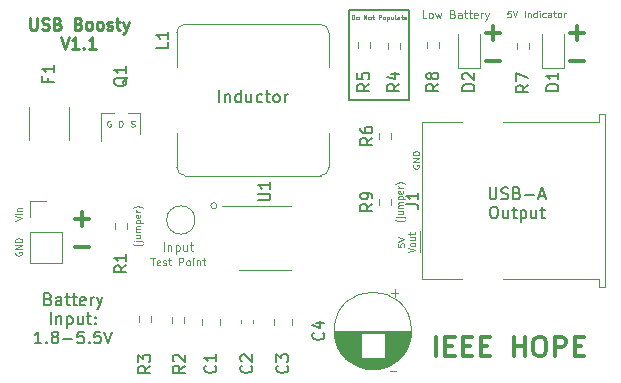
<source format=gbr>
%TF.GenerationSoftware,KiCad,Pcbnew,(6.0.7-1)-1*%
%TF.CreationDate,2023-01-16T13:52:54-08:00*%
%TF.ProjectId,updated_boost_USB_charger,75706461-7465-4645-9f62-6f6f73745f55,rev?*%
%TF.SameCoordinates,Original*%
%TF.FileFunction,Legend,Top*%
%TF.FilePolarity,Positive*%
%FSLAX46Y46*%
G04 Gerber Fmt 4.6, Leading zero omitted, Abs format (unit mm)*
G04 Created by KiCad (PCBNEW (6.0.7-1)-1) date 2023-01-16 13:52:54*
%MOMM*%
%LPD*%
G01*
G04 APERTURE LIST*
%ADD10C,0.100000*%
%ADD11C,0.150000*%
%ADD12C,0.083333*%
%ADD13C,0.300000*%
%ADD14C,0.056818*%
%ADD15C,0.075000*%
%ADD16C,0.093750*%
%ADD17C,0.225000*%
%ADD18C,0.125000*%
%ADD19C,0.120000*%
G04 APERTURE END LIST*
D10*
X105410000Y-107120000D02*
G75*
G03*
X105410000Y-107120000I-254000J0D01*
G01*
D11*
X121666000Y-98171000D02*
X121666000Y-92075000D01*
X116586000Y-98171000D02*
X121666000Y-98171000D01*
X121666000Y-90551000D02*
X116586000Y-90551000D01*
X116586000Y-92075000D02*
X116586000Y-98171000D01*
X116586000Y-92075000D02*
X116586000Y-90551000D01*
X121666000Y-92075000D02*
X121666000Y-90551000D01*
D12*
X121615766Y-111082561D02*
X122171322Y-110897376D01*
X121615766Y-110712190D01*
X122171322Y-110447640D02*
X122144867Y-110500550D01*
X122118412Y-110527005D01*
X122065502Y-110553460D01*
X121906772Y-110553460D01*
X121853862Y-110527005D01*
X121827407Y-110500550D01*
X121800952Y-110447640D01*
X121800952Y-110368275D01*
X121827407Y-110315365D01*
X121853862Y-110288910D01*
X121906772Y-110262455D01*
X122065502Y-110262455D01*
X122118412Y-110288910D01*
X122144867Y-110315365D01*
X122171322Y-110368275D01*
X122171322Y-110447640D01*
X121800952Y-109786264D02*
X122171322Y-109786264D01*
X121800952Y-110024359D02*
X122091957Y-110024359D01*
X122144867Y-109997904D01*
X122171322Y-109944994D01*
X122171322Y-109865629D01*
X122144867Y-109812719D01*
X122118412Y-109786264D01*
X121800952Y-109601078D02*
X121800952Y-109389438D01*
X121615766Y-109521713D02*
X122091957Y-109521713D01*
X122144867Y-109495258D01*
X122171322Y-109442348D01*
X122171322Y-109389438D01*
D13*
X128206571Y-92498642D02*
X129349428Y-92498642D01*
X128778000Y-93070071D02*
X128778000Y-91927214D01*
X128206571Y-94913642D02*
X129349428Y-94913642D01*
D10*
X123142681Y-91233587D02*
X122825220Y-91233587D01*
X122825220Y-90566920D01*
X123460141Y-91233587D02*
X123396649Y-91201841D01*
X123364903Y-91170095D01*
X123333157Y-91106603D01*
X123333157Y-90916126D01*
X123364903Y-90852634D01*
X123396649Y-90820888D01*
X123460141Y-90789142D01*
X123555379Y-90789142D01*
X123618872Y-90820888D01*
X123650618Y-90852634D01*
X123682364Y-90916126D01*
X123682364Y-91106603D01*
X123650618Y-91170095D01*
X123618872Y-91201841D01*
X123555379Y-91233587D01*
X123460141Y-91233587D01*
X123904586Y-90789142D02*
X124031570Y-91233587D01*
X124158554Y-90916126D01*
X124285539Y-91233587D01*
X124412523Y-90789142D01*
X125396650Y-90884380D02*
X125491888Y-90916126D01*
X125523634Y-90947873D01*
X125555380Y-91011365D01*
X125555380Y-91106603D01*
X125523634Y-91170095D01*
X125491888Y-91201841D01*
X125428396Y-91233587D01*
X125174428Y-91233587D01*
X125174428Y-90566920D01*
X125396650Y-90566920D01*
X125460142Y-90598666D01*
X125491888Y-90630412D01*
X125523634Y-90693904D01*
X125523634Y-90757396D01*
X125491888Y-90820888D01*
X125460142Y-90852634D01*
X125396650Y-90884380D01*
X125174428Y-90884380D01*
X126126809Y-91233587D02*
X126126809Y-90884380D01*
X126095063Y-90820888D01*
X126031571Y-90789142D01*
X125904587Y-90789142D01*
X125841095Y-90820888D01*
X126126809Y-91201841D02*
X126063317Y-91233587D01*
X125904587Y-91233587D01*
X125841095Y-91201841D01*
X125809349Y-91138349D01*
X125809349Y-91074857D01*
X125841095Y-91011365D01*
X125904587Y-90979619D01*
X126063317Y-90979619D01*
X126126809Y-90947873D01*
X126349032Y-90789142D02*
X126603000Y-90789142D01*
X126444270Y-90566920D02*
X126444270Y-91138349D01*
X126476016Y-91201841D01*
X126539508Y-91233587D01*
X126603000Y-91233587D01*
X126729984Y-90789142D02*
X126983953Y-90789142D01*
X126825222Y-90566920D02*
X126825222Y-91138349D01*
X126856968Y-91201841D01*
X126920460Y-91233587D01*
X126983953Y-91233587D01*
X127460143Y-91201841D02*
X127396651Y-91233587D01*
X127269667Y-91233587D01*
X127206175Y-91201841D01*
X127174429Y-91138349D01*
X127174429Y-90884380D01*
X127206175Y-90820888D01*
X127269667Y-90789142D01*
X127396651Y-90789142D01*
X127460143Y-90820888D01*
X127491889Y-90884380D01*
X127491889Y-90947873D01*
X127174429Y-91011365D01*
X127777604Y-91233587D02*
X127777604Y-90789142D01*
X127777604Y-90916126D02*
X127809350Y-90852634D01*
X127841096Y-90820888D01*
X127904588Y-90789142D01*
X127968080Y-90789142D01*
X128126810Y-90789142D02*
X128285541Y-91233587D01*
X128444271Y-90789142D02*
X128285541Y-91233587D01*
X128222048Y-91392317D01*
X128190302Y-91424063D01*
X128126810Y-91455809D01*
D13*
X135318571Y-92498642D02*
X136461428Y-92498642D01*
X135890000Y-93070071D02*
X135890000Y-91927214D01*
X135318571Y-94913642D02*
X136461428Y-94913642D01*
D12*
X88341766Y-108391783D02*
X88897322Y-108206598D01*
X88341766Y-108021412D01*
X88897322Y-107836227D02*
X88526952Y-107836227D01*
X88341766Y-107836227D02*
X88368222Y-107862682D01*
X88394677Y-107836227D01*
X88368222Y-107809772D01*
X88341766Y-107836227D01*
X88394677Y-107836227D01*
X88526952Y-107571677D02*
X88897322Y-107571677D01*
X88579862Y-107571677D02*
X88553407Y-107545222D01*
X88526952Y-107492311D01*
X88526952Y-107412946D01*
X88553407Y-107360036D01*
X88606317Y-107333581D01*
X88897322Y-107333581D01*
D13*
X93408571Y-108246642D02*
X94551428Y-108246642D01*
X93980000Y-108818071D02*
X93980000Y-107675214D01*
X93408571Y-110661642D02*
X94551428Y-110661642D01*
D11*
X105624666Y-98369380D02*
X105624666Y-97369380D01*
X106100857Y-97702714D02*
X106100857Y-98369380D01*
X106100857Y-97797952D02*
X106148476Y-97750333D01*
X106243714Y-97702714D01*
X106386571Y-97702714D01*
X106481809Y-97750333D01*
X106529428Y-97845571D01*
X106529428Y-98369380D01*
X107434190Y-98369380D02*
X107434190Y-97369380D01*
X107434190Y-98321761D02*
X107338952Y-98369380D01*
X107148476Y-98369380D01*
X107053238Y-98321761D01*
X107005619Y-98274142D01*
X106958000Y-98178904D01*
X106958000Y-97893190D01*
X107005619Y-97797952D01*
X107053238Y-97750333D01*
X107148476Y-97702714D01*
X107338952Y-97702714D01*
X107434190Y-97750333D01*
X108338952Y-97702714D02*
X108338952Y-98369380D01*
X107910380Y-97702714D02*
X107910380Y-98226523D01*
X107958000Y-98321761D01*
X108053238Y-98369380D01*
X108196095Y-98369380D01*
X108291333Y-98321761D01*
X108338952Y-98274142D01*
X109243714Y-98321761D02*
X109148476Y-98369380D01*
X108958000Y-98369380D01*
X108862761Y-98321761D01*
X108815142Y-98274142D01*
X108767523Y-98178904D01*
X108767523Y-97893190D01*
X108815142Y-97797952D01*
X108862761Y-97750333D01*
X108958000Y-97702714D01*
X109148476Y-97702714D01*
X109243714Y-97750333D01*
X109529428Y-97702714D02*
X109910380Y-97702714D01*
X109672285Y-97369380D02*
X109672285Y-98226523D01*
X109719904Y-98321761D01*
X109815142Y-98369380D01*
X109910380Y-98369380D01*
X110386571Y-98369380D02*
X110291333Y-98321761D01*
X110243714Y-98274142D01*
X110196095Y-98178904D01*
X110196095Y-97893190D01*
X110243714Y-97797952D01*
X110291333Y-97750333D01*
X110386571Y-97702714D01*
X110529428Y-97702714D01*
X110624666Y-97750333D01*
X110672285Y-97797952D01*
X110719904Y-97893190D01*
X110719904Y-98178904D01*
X110672285Y-98274142D01*
X110624666Y-98321761D01*
X110529428Y-98369380D01*
X110386571Y-98369380D01*
X111148476Y-98369380D02*
X111148476Y-97702714D01*
X111148476Y-97893190D02*
X111196095Y-97797952D01*
X111243714Y-97750333D01*
X111338952Y-97702714D01*
X111434190Y-97702714D01*
D12*
X88368222Y-111040280D02*
X88341766Y-111093190D01*
X88341766Y-111172556D01*
X88368222Y-111251921D01*
X88421132Y-111304831D01*
X88474042Y-111331286D01*
X88579862Y-111357741D01*
X88659227Y-111357741D01*
X88765047Y-111331286D01*
X88817957Y-111304831D01*
X88870867Y-111251921D01*
X88897322Y-111172556D01*
X88897322Y-111119645D01*
X88870867Y-111040280D01*
X88844412Y-111013825D01*
X88659227Y-111013825D01*
X88659227Y-111119645D01*
X88897322Y-110775730D02*
X88341766Y-110775730D01*
X88897322Y-110458269D01*
X88341766Y-110458269D01*
X88897322Y-110193719D02*
X88341766Y-110193719D01*
X88341766Y-110061444D01*
X88368222Y-109982078D01*
X88421132Y-109929168D01*
X88474042Y-109902713D01*
X88579862Y-109876258D01*
X88659227Y-109876258D01*
X88765047Y-109902713D01*
X88817957Y-109929168D01*
X88870867Y-109982078D01*
X88897322Y-110061444D01*
X88897322Y-110193719D01*
D14*
X116844253Y-91357356D02*
X116844253Y-90978568D01*
X116934440Y-90978568D01*
X116988553Y-90996606D01*
X117024628Y-91032681D01*
X117042666Y-91068756D01*
X117060703Y-91140906D01*
X117060703Y-91195018D01*
X117042666Y-91267168D01*
X117024628Y-91303243D01*
X116988553Y-91339318D01*
X116934440Y-91357356D01*
X116844253Y-91357356D01*
X117277153Y-91357356D02*
X117241078Y-91339318D01*
X117223041Y-91321281D01*
X117205003Y-91285206D01*
X117205003Y-91176981D01*
X117223041Y-91140906D01*
X117241078Y-91122868D01*
X117277153Y-91104831D01*
X117331266Y-91104831D01*
X117367341Y-91122868D01*
X117385378Y-91140906D01*
X117403416Y-91176981D01*
X117403416Y-91285206D01*
X117385378Y-91321281D01*
X117367341Y-91339318D01*
X117331266Y-91357356D01*
X117277153Y-91357356D01*
X117854354Y-91357356D02*
X117854354Y-90978568D01*
X118070804Y-91357356D01*
X118070804Y-90978568D01*
X118305292Y-91357356D02*
X118269217Y-91339318D01*
X118251180Y-91321281D01*
X118233142Y-91285206D01*
X118233142Y-91176981D01*
X118251180Y-91140906D01*
X118269217Y-91122868D01*
X118305292Y-91104831D01*
X118359405Y-91104831D01*
X118395480Y-91122868D01*
X118413517Y-91140906D01*
X118431555Y-91176981D01*
X118431555Y-91285206D01*
X118413517Y-91321281D01*
X118395480Y-91339318D01*
X118359405Y-91357356D01*
X118305292Y-91357356D01*
X118539780Y-91104831D02*
X118684080Y-91104831D01*
X118593893Y-90978568D02*
X118593893Y-91303243D01*
X118611930Y-91339318D01*
X118648005Y-91357356D01*
X118684080Y-91357356D01*
X119098943Y-91357356D02*
X119098943Y-90978568D01*
X119243243Y-90978568D01*
X119279318Y-90996606D01*
X119297356Y-91014643D01*
X119315394Y-91050718D01*
X119315394Y-91104831D01*
X119297356Y-91140906D01*
X119279318Y-91158943D01*
X119243243Y-91176981D01*
X119098943Y-91176981D01*
X119531844Y-91357356D02*
X119495769Y-91339318D01*
X119477731Y-91321281D01*
X119459694Y-91285206D01*
X119459694Y-91176981D01*
X119477731Y-91140906D01*
X119495769Y-91122868D01*
X119531844Y-91104831D01*
X119585956Y-91104831D01*
X119622031Y-91122868D01*
X119640069Y-91140906D01*
X119658106Y-91176981D01*
X119658106Y-91285206D01*
X119640069Y-91321281D01*
X119622031Y-91339318D01*
X119585956Y-91357356D01*
X119531844Y-91357356D01*
X119820444Y-91104831D02*
X119820444Y-91483619D01*
X119820444Y-91122868D02*
X119856519Y-91104831D01*
X119928669Y-91104831D01*
X119964744Y-91122868D01*
X119982782Y-91140906D01*
X120000819Y-91176981D01*
X120000819Y-91285206D01*
X119982782Y-91321281D01*
X119964744Y-91339318D01*
X119928669Y-91357356D01*
X119856519Y-91357356D01*
X119820444Y-91339318D01*
X120325495Y-91104831D02*
X120325495Y-91357356D01*
X120163157Y-91104831D02*
X120163157Y-91303243D01*
X120181195Y-91339318D01*
X120217270Y-91357356D01*
X120271382Y-91357356D01*
X120307457Y-91339318D01*
X120325495Y-91321281D01*
X120559983Y-91357356D02*
X120523908Y-91339318D01*
X120505870Y-91303243D01*
X120505870Y-90978568D01*
X120866621Y-91357356D02*
X120866621Y-91158943D01*
X120848583Y-91122868D01*
X120812508Y-91104831D01*
X120740358Y-91104831D01*
X120704283Y-91122868D01*
X120866621Y-91339318D02*
X120830546Y-91357356D01*
X120740358Y-91357356D01*
X120704283Y-91339318D01*
X120686245Y-91303243D01*
X120686245Y-91267168D01*
X120704283Y-91231093D01*
X120740358Y-91213056D01*
X120830546Y-91213056D01*
X120866621Y-91195018D01*
X120992883Y-91104831D02*
X121137183Y-91104831D01*
X121046996Y-90978568D02*
X121046996Y-91303243D01*
X121065033Y-91339318D01*
X121101108Y-91357356D01*
X121137183Y-91357356D01*
X121407746Y-91339318D02*
X121371671Y-91357356D01*
X121299521Y-91357356D01*
X121263446Y-91339318D01*
X121245409Y-91303243D01*
X121245409Y-91158943D01*
X121263446Y-91122868D01*
X121299521Y-91104831D01*
X121371671Y-91104831D01*
X121407746Y-91122868D01*
X121425784Y-91158943D01*
X121425784Y-91195018D01*
X121245409Y-91231093D01*
D15*
X98155142Y-100405380D02*
X98226571Y-100429190D01*
X98345619Y-100429190D01*
X98393238Y-100405380D01*
X98417047Y-100381571D01*
X98440857Y-100333952D01*
X98440857Y-100286333D01*
X98417047Y-100238714D01*
X98393238Y-100214904D01*
X98345619Y-100191095D01*
X98250380Y-100167285D01*
X98202761Y-100143476D01*
X98178952Y-100119666D01*
X98155142Y-100072047D01*
X98155142Y-100024428D01*
X98178952Y-99976809D01*
X98202761Y-99953000D01*
X98250380Y-99929190D01*
X98369428Y-99929190D01*
X98440857Y-99953000D01*
D16*
X120046285Y-121084571D02*
X120617714Y-121084571D01*
D11*
X91146571Y-115031571D02*
X91289428Y-115079190D01*
X91337047Y-115126809D01*
X91384666Y-115222047D01*
X91384666Y-115364904D01*
X91337047Y-115460142D01*
X91289428Y-115507761D01*
X91194190Y-115555380D01*
X90813238Y-115555380D01*
X90813238Y-114555380D01*
X91146571Y-114555380D01*
X91241809Y-114603000D01*
X91289428Y-114650619D01*
X91337047Y-114745857D01*
X91337047Y-114841095D01*
X91289428Y-114936333D01*
X91241809Y-114983952D01*
X91146571Y-115031571D01*
X90813238Y-115031571D01*
X92241809Y-115555380D02*
X92241809Y-115031571D01*
X92194190Y-114936333D01*
X92098952Y-114888714D01*
X91908476Y-114888714D01*
X91813238Y-114936333D01*
X92241809Y-115507761D02*
X92146571Y-115555380D01*
X91908476Y-115555380D01*
X91813238Y-115507761D01*
X91765619Y-115412523D01*
X91765619Y-115317285D01*
X91813238Y-115222047D01*
X91908476Y-115174428D01*
X92146571Y-115174428D01*
X92241809Y-115126809D01*
X92575142Y-114888714D02*
X92956095Y-114888714D01*
X92718000Y-114555380D02*
X92718000Y-115412523D01*
X92765619Y-115507761D01*
X92860857Y-115555380D01*
X92956095Y-115555380D01*
X93146571Y-114888714D02*
X93527523Y-114888714D01*
X93289428Y-114555380D02*
X93289428Y-115412523D01*
X93337047Y-115507761D01*
X93432285Y-115555380D01*
X93527523Y-115555380D01*
X94241809Y-115507761D02*
X94146571Y-115555380D01*
X93956095Y-115555380D01*
X93860857Y-115507761D01*
X93813238Y-115412523D01*
X93813238Y-115031571D01*
X93860857Y-114936333D01*
X93956095Y-114888714D01*
X94146571Y-114888714D01*
X94241809Y-114936333D01*
X94289428Y-115031571D01*
X94289428Y-115126809D01*
X93813238Y-115222047D01*
X94718000Y-115555380D02*
X94718000Y-114888714D01*
X94718000Y-115079190D02*
X94765619Y-114983952D01*
X94813238Y-114936333D01*
X94908476Y-114888714D01*
X95003714Y-114888714D01*
X95241809Y-114888714D02*
X95479904Y-115555380D01*
X95718000Y-114888714D02*
X95479904Y-115555380D01*
X95384666Y-115793476D01*
X95337047Y-115841095D01*
X95241809Y-115888714D01*
X91337047Y-117165380D02*
X91337047Y-116165380D01*
X91813238Y-116498714D02*
X91813238Y-117165380D01*
X91813238Y-116593952D02*
X91860857Y-116546333D01*
X91956095Y-116498714D01*
X92098952Y-116498714D01*
X92194190Y-116546333D01*
X92241809Y-116641571D01*
X92241809Y-117165380D01*
X92718000Y-116498714D02*
X92718000Y-117498714D01*
X92718000Y-116546333D02*
X92813238Y-116498714D01*
X93003714Y-116498714D01*
X93098952Y-116546333D01*
X93146571Y-116593952D01*
X93194190Y-116689190D01*
X93194190Y-116974904D01*
X93146571Y-117070142D01*
X93098952Y-117117761D01*
X93003714Y-117165380D01*
X92813238Y-117165380D01*
X92718000Y-117117761D01*
X94051333Y-116498714D02*
X94051333Y-117165380D01*
X93622761Y-116498714D02*
X93622761Y-117022523D01*
X93670380Y-117117761D01*
X93765619Y-117165380D01*
X93908476Y-117165380D01*
X94003714Y-117117761D01*
X94051333Y-117070142D01*
X94384666Y-116498714D02*
X94765619Y-116498714D01*
X94527523Y-116165380D02*
X94527523Y-117022523D01*
X94575142Y-117117761D01*
X94670380Y-117165380D01*
X94765619Y-117165380D01*
X95098952Y-117070142D02*
X95146571Y-117117761D01*
X95098952Y-117165380D01*
X95051333Y-117117761D01*
X95098952Y-117070142D01*
X95098952Y-117165380D01*
X95098952Y-116546333D02*
X95146571Y-116593952D01*
X95098952Y-116641571D01*
X95051333Y-116593952D01*
X95098952Y-116546333D01*
X95098952Y-116641571D01*
X90551333Y-118775380D02*
X89979904Y-118775380D01*
X90265619Y-118775380D02*
X90265619Y-117775380D01*
X90170380Y-117918238D01*
X90075142Y-118013476D01*
X89979904Y-118061095D01*
X90979904Y-118680142D02*
X91027523Y-118727761D01*
X90979904Y-118775380D01*
X90932285Y-118727761D01*
X90979904Y-118680142D01*
X90979904Y-118775380D01*
X91598952Y-118203952D02*
X91503714Y-118156333D01*
X91456095Y-118108714D01*
X91408476Y-118013476D01*
X91408476Y-117965857D01*
X91456095Y-117870619D01*
X91503714Y-117823000D01*
X91598952Y-117775380D01*
X91789428Y-117775380D01*
X91884666Y-117823000D01*
X91932285Y-117870619D01*
X91979904Y-117965857D01*
X91979904Y-118013476D01*
X91932285Y-118108714D01*
X91884666Y-118156333D01*
X91789428Y-118203952D01*
X91598952Y-118203952D01*
X91503714Y-118251571D01*
X91456095Y-118299190D01*
X91408476Y-118394428D01*
X91408476Y-118584904D01*
X91456095Y-118680142D01*
X91503714Y-118727761D01*
X91598952Y-118775380D01*
X91789428Y-118775380D01*
X91884666Y-118727761D01*
X91932285Y-118680142D01*
X91979904Y-118584904D01*
X91979904Y-118394428D01*
X91932285Y-118299190D01*
X91884666Y-118251571D01*
X91789428Y-118203952D01*
X92408476Y-118394428D02*
X93170380Y-118394428D01*
X94122761Y-117775380D02*
X93646571Y-117775380D01*
X93598952Y-118251571D01*
X93646571Y-118203952D01*
X93741809Y-118156333D01*
X93979904Y-118156333D01*
X94075142Y-118203952D01*
X94122761Y-118251571D01*
X94170380Y-118346809D01*
X94170380Y-118584904D01*
X94122761Y-118680142D01*
X94075142Y-118727761D01*
X93979904Y-118775380D01*
X93741809Y-118775380D01*
X93646571Y-118727761D01*
X93598952Y-118680142D01*
X94598952Y-118680142D02*
X94646571Y-118727761D01*
X94598952Y-118775380D01*
X94551333Y-118727761D01*
X94598952Y-118680142D01*
X94598952Y-118775380D01*
X95551333Y-117775380D02*
X95075142Y-117775380D01*
X95027523Y-118251571D01*
X95075142Y-118203952D01*
X95170380Y-118156333D01*
X95408476Y-118156333D01*
X95503714Y-118203952D01*
X95551333Y-118251571D01*
X95598952Y-118346809D01*
X95598952Y-118584904D01*
X95551333Y-118680142D01*
X95503714Y-118727761D01*
X95408476Y-118775380D01*
X95170380Y-118775380D01*
X95075142Y-118727761D01*
X95027523Y-118680142D01*
X95884666Y-117775380D02*
X96218000Y-118775380D01*
X96551333Y-117775380D01*
D12*
X122023222Y-103674280D02*
X121996766Y-103727190D01*
X121996766Y-103806556D01*
X122023222Y-103885921D01*
X122076132Y-103938831D01*
X122129042Y-103965286D01*
X122234862Y-103991741D01*
X122314227Y-103991741D01*
X122420047Y-103965286D01*
X122472957Y-103938831D01*
X122525867Y-103885921D01*
X122552322Y-103806556D01*
X122552322Y-103753645D01*
X122525867Y-103674280D01*
X122499412Y-103647825D01*
X122314227Y-103647825D01*
X122314227Y-103753645D01*
X122552322Y-103409730D02*
X121996766Y-103409730D01*
X122552322Y-103092269D01*
X121996766Y-103092269D01*
X122552322Y-102827719D02*
X121996766Y-102827719D01*
X121996766Y-102695444D01*
X122023222Y-102616078D01*
X122076132Y-102563168D01*
X122129042Y-102536713D01*
X122234862Y-102510258D01*
X122314227Y-102510258D01*
X122420047Y-102536713D01*
X122472957Y-102563168D01*
X122525867Y-102616078D01*
X122552322Y-102695444D01*
X122552322Y-102827719D01*
D17*
X89606952Y-91230380D02*
X89606952Y-92039904D01*
X89654571Y-92135142D01*
X89702190Y-92182761D01*
X89797428Y-92230380D01*
X89987904Y-92230380D01*
X90083142Y-92182761D01*
X90130761Y-92135142D01*
X90178380Y-92039904D01*
X90178380Y-91230380D01*
X90606952Y-92182761D02*
X90749809Y-92230380D01*
X90987904Y-92230380D01*
X91083142Y-92182761D01*
X91130761Y-92135142D01*
X91178380Y-92039904D01*
X91178380Y-91944666D01*
X91130761Y-91849428D01*
X91083142Y-91801809D01*
X90987904Y-91754190D01*
X90797428Y-91706571D01*
X90702190Y-91658952D01*
X90654571Y-91611333D01*
X90606952Y-91516095D01*
X90606952Y-91420857D01*
X90654571Y-91325619D01*
X90702190Y-91278000D01*
X90797428Y-91230380D01*
X91035523Y-91230380D01*
X91178380Y-91278000D01*
X91940285Y-91706571D02*
X92083142Y-91754190D01*
X92130761Y-91801809D01*
X92178380Y-91897047D01*
X92178380Y-92039904D01*
X92130761Y-92135142D01*
X92083142Y-92182761D01*
X91987904Y-92230380D01*
X91606952Y-92230380D01*
X91606952Y-91230380D01*
X91940285Y-91230380D01*
X92035523Y-91278000D01*
X92083142Y-91325619D01*
X92130761Y-91420857D01*
X92130761Y-91516095D01*
X92083142Y-91611333D01*
X92035523Y-91658952D01*
X91940285Y-91706571D01*
X91606952Y-91706571D01*
X93702190Y-91706571D02*
X93845047Y-91754190D01*
X93892666Y-91801809D01*
X93940285Y-91897047D01*
X93940285Y-92039904D01*
X93892666Y-92135142D01*
X93845047Y-92182761D01*
X93749809Y-92230380D01*
X93368857Y-92230380D01*
X93368857Y-91230380D01*
X93702190Y-91230380D01*
X93797428Y-91278000D01*
X93845047Y-91325619D01*
X93892666Y-91420857D01*
X93892666Y-91516095D01*
X93845047Y-91611333D01*
X93797428Y-91658952D01*
X93702190Y-91706571D01*
X93368857Y-91706571D01*
X94511714Y-92230380D02*
X94416476Y-92182761D01*
X94368857Y-92135142D01*
X94321238Y-92039904D01*
X94321238Y-91754190D01*
X94368857Y-91658952D01*
X94416476Y-91611333D01*
X94511714Y-91563714D01*
X94654571Y-91563714D01*
X94749809Y-91611333D01*
X94797428Y-91658952D01*
X94845047Y-91754190D01*
X94845047Y-92039904D01*
X94797428Y-92135142D01*
X94749809Y-92182761D01*
X94654571Y-92230380D01*
X94511714Y-92230380D01*
X95416476Y-92230380D02*
X95321238Y-92182761D01*
X95273619Y-92135142D01*
X95226000Y-92039904D01*
X95226000Y-91754190D01*
X95273619Y-91658952D01*
X95321238Y-91611333D01*
X95416476Y-91563714D01*
X95559333Y-91563714D01*
X95654571Y-91611333D01*
X95702190Y-91658952D01*
X95749809Y-91754190D01*
X95749809Y-92039904D01*
X95702190Y-92135142D01*
X95654571Y-92182761D01*
X95559333Y-92230380D01*
X95416476Y-92230380D01*
X96130761Y-92182761D02*
X96226000Y-92230380D01*
X96416476Y-92230380D01*
X96511714Y-92182761D01*
X96559333Y-92087523D01*
X96559333Y-92039904D01*
X96511714Y-91944666D01*
X96416476Y-91897047D01*
X96273619Y-91897047D01*
X96178380Y-91849428D01*
X96130761Y-91754190D01*
X96130761Y-91706571D01*
X96178380Y-91611333D01*
X96273619Y-91563714D01*
X96416476Y-91563714D01*
X96511714Y-91611333D01*
X96845047Y-91563714D02*
X97226000Y-91563714D01*
X96987904Y-91230380D02*
X96987904Y-92087523D01*
X97035523Y-92182761D01*
X97130761Y-92230380D01*
X97226000Y-92230380D01*
X97464095Y-91563714D02*
X97702190Y-92230380D01*
X97940285Y-91563714D02*
X97702190Y-92230380D01*
X97606952Y-92468476D01*
X97559333Y-92516095D01*
X97464095Y-92563714D01*
X92202190Y-92840380D02*
X92535523Y-93840380D01*
X92868857Y-92840380D01*
X93726000Y-93840380D02*
X93154571Y-93840380D01*
X93440285Y-93840380D02*
X93440285Y-92840380D01*
X93345047Y-92983238D01*
X93249809Y-93078476D01*
X93154571Y-93126095D01*
X94154571Y-93745142D02*
X94202190Y-93792761D01*
X94154571Y-93840380D01*
X94106952Y-93792761D01*
X94154571Y-93745142D01*
X94154571Y-93840380D01*
X95154571Y-93840380D02*
X94583142Y-93840380D01*
X94868857Y-93840380D02*
X94868857Y-92840380D01*
X94773619Y-92983238D01*
X94678380Y-93078476D01*
X94583142Y-93126095D01*
D15*
X96396952Y-99953000D02*
X96349333Y-99929190D01*
X96277904Y-99929190D01*
X96206476Y-99953000D01*
X96158857Y-100000619D01*
X96135047Y-100048238D01*
X96111238Y-100143476D01*
X96111238Y-100214904D01*
X96135047Y-100310142D01*
X96158857Y-100357761D01*
X96206476Y-100405380D01*
X96277904Y-100429190D01*
X96325523Y-100429190D01*
X96396952Y-100405380D01*
X96420761Y-100381571D01*
X96420761Y-100214904D01*
X96325523Y-100214904D01*
X97151047Y-100429190D02*
X97151047Y-99929190D01*
X97270095Y-99929190D01*
X97341523Y-99953000D01*
X97389142Y-100000619D01*
X97412952Y-100048238D01*
X97436761Y-100143476D01*
X97436761Y-100214904D01*
X97412952Y-100310142D01*
X97389142Y-100357761D01*
X97341523Y-100405380D01*
X97270095Y-100429190D01*
X97151047Y-100429190D01*
D12*
X130304913Y-90627766D02*
X130040363Y-90627766D01*
X130013908Y-90892317D01*
X130040363Y-90865862D01*
X130093273Y-90839407D01*
X130225548Y-90839407D01*
X130278458Y-90865862D01*
X130304913Y-90892317D01*
X130331368Y-90945227D01*
X130331368Y-91077502D01*
X130304913Y-91130412D01*
X130278458Y-91156867D01*
X130225548Y-91183322D01*
X130093273Y-91183322D01*
X130040363Y-91156867D01*
X130013908Y-91130412D01*
X130490098Y-90627766D02*
X130675284Y-91183322D01*
X130860469Y-90627766D01*
X131468935Y-91183322D02*
X131468935Y-90627766D01*
X131733486Y-90812952D02*
X131733486Y-91183322D01*
X131733486Y-90865862D02*
X131759941Y-90839407D01*
X131812851Y-90812952D01*
X131892216Y-90812952D01*
X131945126Y-90839407D01*
X131971581Y-90892317D01*
X131971581Y-91183322D01*
X132474227Y-91183322D02*
X132474227Y-90627766D01*
X132474227Y-91156867D02*
X132421317Y-91183322D01*
X132315497Y-91183322D01*
X132262587Y-91156867D01*
X132236132Y-91130412D01*
X132209677Y-91077502D01*
X132209677Y-90918772D01*
X132236132Y-90865862D01*
X132262587Y-90839407D01*
X132315497Y-90812952D01*
X132421317Y-90812952D01*
X132474227Y-90839407D01*
X132738778Y-91183322D02*
X132738778Y-90812952D01*
X132738778Y-90627766D02*
X132712322Y-90654222D01*
X132738778Y-90680677D01*
X132765233Y-90654222D01*
X132738778Y-90627766D01*
X132738778Y-90680677D01*
X133241423Y-91156867D02*
X133188513Y-91183322D01*
X133082693Y-91183322D01*
X133029783Y-91156867D01*
X133003328Y-91130412D01*
X132976873Y-91077502D01*
X132976873Y-90918772D01*
X133003328Y-90865862D01*
X133029783Y-90839407D01*
X133082693Y-90812952D01*
X133188513Y-90812952D01*
X133241423Y-90839407D01*
X133717614Y-91183322D02*
X133717614Y-90892317D01*
X133691159Y-90839407D01*
X133638249Y-90812952D01*
X133532429Y-90812952D01*
X133479519Y-90839407D01*
X133717614Y-91156867D02*
X133664704Y-91183322D01*
X133532429Y-91183322D01*
X133479519Y-91156867D01*
X133453064Y-91103957D01*
X133453064Y-91051047D01*
X133479519Y-90998137D01*
X133532429Y-90971682D01*
X133664704Y-90971682D01*
X133717614Y-90945227D01*
X133902800Y-90812952D02*
X134114440Y-90812952D01*
X133982165Y-90627766D02*
X133982165Y-91103957D01*
X134008620Y-91156867D01*
X134061530Y-91183322D01*
X134114440Y-91183322D01*
X134378990Y-91183322D02*
X134326080Y-91156867D01*
X134299625Y-91130412D01*
X134273170Y-91077502D01*
X134273170Y-90918772D01*
X134299625Y-90865862D01*
X134326080Y-90839407D01*
X134378990Y-90812952D01*
X134458356Y-90812952D01*
X134511266Y-90839407D01*
X134537721Y-90865862D01*
X134564176Y-90918772D01*
X134564176Y-91077502D01*
X134537721Y-91130412D01*
X134511266Y-91156867D01*
X134458356Y-91183322D01*
X134378990Y-91183322D01*
X134802271Y-91183322D02*
X134802271Y-90812952D01*
X134802271Y-90918772D02*
X134828726Y-90865862D01*
X134855181Y-90839407D01*
X134908091Y-90812952D01*
X134961002Y-90812952D01*
X121366963Y-108301710D02*
X121340508Y-108328165D01*
X121261143Y-108381075D01*
X121208233Y-108407530D01*
X121128867Y-108433985D01*
X120996592Y-108460440D01*
X120890772Y-108460440D01*
X120758497Y-108433985D01*
X120679132Y-108407530D01*
X120626222Y-108381075D01*
X120546856Y-108328165D01*
X120520401Y-108301710D01*
X120784952Y-108090069D02*
X121261143Y-108090069D01*
X121314053Y-108116524D01*
X121340508Y-108169434D01*
X121340508Y-108195890D01*
X120599766Y-108090069D02*
X120626222Y-108116524D01*
X120652677Y-108090069D01*
X120626222Y-108063614D01*
X120599766Y-108090069D01*
X120652677Y-108090069D01*
X120784952Y-107587423D02*
X121155322Y-107587423D01*
X120784952Y-107825519D02*
X121075957Y-107825519D01*
X121128867Y-107799064D01*
X121155322Y-107746154D01*
X121155322Y-107666789D01*
X121128867Y-107613878D01*
X121102412Y-107587423D01*
X121155322Y-107322873D02*
X120784952Y-107322873D01*
X120837862Y-107322873D02*
X120811407Y-107296418D01*
X120784952Y-107243508D01*
X120784952Y-107164143D01*
X120811407Y-107111233D01*
X120864317Y-107084778D01*
X121155322Y-107084778D01*
X120864317Y-107084778D02*
X120811407Y-107058322D01*
X120784952Y-107005412D01*
X120784952Y-106926047D01*
X120811407Y-106873137D01*
X120864317Y-106846682D01*
X121155322Y-106846682D01*
X120784952Y-106582132D02*
X121340508Y-106582132D01*
X120811407Y-106582132D02*
X120784952Y-106529222D01*
X120784952Y-106423401D01*
X120811407Y-106370491D01*
X120837862Y-106344036D01*
X120890772Y-106317581D01*
X121049502Y-106317581D01*
X121102412Y-106344036D01*
X121128867Y-106370491D01*
X121155322Y-106423401D01*
X121155322Y-106529222D01*
X121128867Y-106582132D01*
X121128867Y-105867845D02*
X121155322Y-105920755D01*
X121155322Y-106026576D01*
X121128867Y-106079486D01*
X121075957Y-106105941D01*
X120864317Y-106105941D01*
X120811407Y-106079486D01*
X120784952Y-106026576D01*
X120784952Y-105920755D01*
X120811407Y-105867845D01*
X120864317Y-105841390D01*
X120917227Y-105841390D01*
X120970137Y-106105941D01*
X121155322Y-105603295D02*
X120784952Y-105603295D01*
X120890772Y-105603295D02*
X120837862Y-105576840D01*
X120811407Y-105550385D01*
X120784952Y-105497475D01*
X120784952Y-105444565D01*
X121366963Y-105312289D02*
X121340508Y-105285834D01*
X121261143Y-105232924D01*
X121208233Y-105206469D01*
X121128867Y-105180014D01*
X120996592Y-105153559D01*
X120890772Y-105153559D01*
X120758497Y-105180014D01*
X120679132Y-105206469D01*
X120626222Y-105232924D01*
X120546856Y-105285834D01*
X120520401Y-105312289D01*
X99141963Y-110333710D02*
X99115508Y-110360165D01*
X99036143Y-110413075D01*
X98983233Y-110439530D01*
X98903867Y-110465985D01*
X98771592Y-110492440D01*
X98665772Y-110492440D01*
X98533497Y-110465985D01*
X98454132Y-110439530D01*
X98401222Y-110413075D01*
X98321856Y-110360165D01*
X98295401Y-110333710D01*
X98559952Y-110122069D02*
X99036143Y-110122069D01*
X99089053Y-110148524D01*
X99115508Y-110201434D01*
X99115508Y-110227890D01*
X98374766Y-110122069D02*
X98401222Y-110148524D01*
X98427677Y-110122069D01*
X98401222Y-110095614D01*
X98374766Y-110122069D01*
X98427677Y-110122069D01*
X98559952Y-109619423D02*
X98930322Y-109619423D01*
X98559952Y-109857519D02*
X98850957Y-109857519D01*
X98903867Y-109831064D01*
X98930322Y-109778154D01*
X98930322Y-109698789D01*
X98903867Y-109645878D01*
X98877412Y-109619423D01*
X98930322Y-109354873D02*
X98559952Y-109354873D01*
X98612862Y-109354873D02*
X98586407Y-109328418D01*
X98559952Y-109275508D01*
X98559952Y-109196143D01*
X98586407Y-109143233D01*
X98639317Y-109116778D01*
X98930322Y-109116778D01*
X98639317Y-109116778D02*
X98586407Y-109090322D01*
X98559952Y-109037412D01*
X98559952Y-108958047D01*
X98586407Y-108905137D01*
X98639317Y-108878682D01*
X98930322Y-108878682D01*
X98559952Y-108614132D02*
X99115508Y-108614132D01*
X98586407Y-108614132D02*
X98559952Y-108561222D01*
X98559952Y-108455401D01*
X98586407Y-108402491D01*
X98612862Y-108376036D01*
X98665772Y-108349581D01*
X98824502Y-108349581D01*
X98877412Y-108376036D01*
X98903867Y-108402491D01*
X98930322Y-108455401D01*
X98930322Y-108561222D01*
X98903867Y-108614132D01*
X98903867Y-107899845D02*
X98930322Y-107952755D01*
X98930322Y-108058576D01*
X98903867Y-108111486D01*
X98850957Y-108137941D01*
X98639317Y-108137941D01*
X98586407Y-108111486D01*
X98559952Y-108058576D01*
X98559952Y-107952755D01*
X98586407Y-107899845D01*
X98639317Y-107873390D01*
X98692227Y-107873390D01*
X98745137Y-108137941D01*
X98930322Y-107635295D02*
X98559952Y-107635295D01*
X98665772Y-107635295D02*
X98612862Y-107608840D01*
X98586407Y-107582385D01*
X98559952Y-107529475D01*
X98559952Y-107476565D01*
X99141963Y-107344289D02*
X99115508Y-107317834D01*
X99036143Y-107264924D01*
X98983233Y-107238469D01*
X98903867Y-107212014D01*
X98771592Y-107185559D01*
X98665772Y-107185559D01*
X98533497Y-107212014D01*
X98454132Y-107238469D01*
X98401222Y-107264924D01*
X98321856Y-107317834D01*
X98295401Y-107344289D01*
D18*
X100891068Y-110952097D02*
X100891068Y-110211356D01*
X101243802Y-110458269D02*
X101243802Y-110952097D01*
X101243802Y-110528816D02*
X101279075Y-110493543D01*
X101349622Y-110458269D01*
X101455442Y-110458269D01*
X101525989Y-110493543D01*
X101561262Y-110564089D01*
X101561262Y-110952097D01*
X101913996Y-110458269D02*
X101913996Y-111199010D01*
X101913996Y-110493543D02*
X101984543Y-110458269D01*
X102125636Y-110458269D01*
X102196183Y-110493543D01*
X102231456Y-110528816D01*
X102266730Y-110599363D01*
X102266730Y-110811003D01*
X102231456Y-110881550D01*
X102196183Y-110916823D01*
X102125636Y-110952097D01*
X101984543Y-110952097D01*
X101913996Y-110916823D01*
X102901651Y-110458269D02*
X102901651Y-110952097D01*
X102584190Y-110458269D02*
X102584190Y-110846276D01*
X102619464Y-110916823D01*
X102690010Y-110952097D01*
X102795830Y-110952097D01*
X102866377Y-110916823D01*
X102901651Y-110881550D01*
X103148564Y-110458269D02*
X103430751Y-110458269D01*
X103254384Y-110211356D02*
X103254384Y-110846276D01*
X103289658Y-110916823D01*
X103360205Y-110952097D01*
X103430751Y-110952097D01*
D12*
X120726766Y-110341820D02*
X120726766Y-110606370D01*
X120991317Y-110632825D01*
X120964862Y-110606370D01*
X120938407Y-110553460D01*
X120938407Y-110421185D01*
X120964862Y-110368275D01*
X120991317Y-110341820D01*
X121044227Y-110315365D01*
X121176502Y-110315365D01*
X121229412Y-110341820D01*
X121255867Y-110368275D01*
X121282322Y-110421185D01*
X121282322Y-110553460D01*
X121255867Y-110606370D01*
X121229412Y-110632825D01*
X120726766Y-110156634D02*
X121282322Y-109971449D01*
X120726766Y-109786264D01*
D13*
X123944836Y-119879968D02*
X123944836Y-118213300D01*
X124738487Y-119006952D02*
X125294043Y-119006952D01*
X125532139Y-119879968D02*
X124738487Y-119879968D01*
X124738487Y-118213300D01*
X125532139Y-118213300D01*
X126246425Y-119006952D02*
X126801981Y-119006952D01*
X127040076Y-119879968D02*
X126246425Y-119879968D01*
X126246425Y-118213300D01*
X127040076Y-118213300D01*
X127754363Y-119006952D02*
X128309919Y-119006952D01*
X128548014Y-119879968D02*
X127754363Y-119879968D01*
X127754363Y-118213300D01*
X128548014Y-118213300D01*
X130532143Y-119879968D02*
X130532143Y-118213300D01*
X130532143Y-119006952D02*
X131484524Y-119006952D01*
X131484524Y-119879968D02*
X131484524Y-118213300D01*
X132595636Y-118213300D02*
X132913097Y-118213300D01*
X133071827Y-118292666D01*
X133230558Y-118451396D01*
X133309923Y-118768856D01*
X133309923Y-119324412D01*
X133230558Y-119641873D01*
X133071827Y-119800603D01*
X132913097Y-119879968D01*
X132595636Y-119879968D01*
X132436906Y-119800603D01*
X132278176Y-119641873D01*
X132198811Y-119324412D01*
X132198811Y-118768856D01*
X132278176Y-118451396D01*
X132436906Y-118292666D01*
X132595636Y-118213300D01*
X134024209Y-119879968D02*
X134024209Y-118213300D01*
X134659130Y-118213300D01*
X134817860Y-118292666D01*
X134897226Y-118372031D01*
X134976591Y-118530761D01*
X134976591Y-118768856D01*
X134897226Y-118927587D01*
X134817860Y-119006952D01*
X134659130Y-119086317D01*
X134024209Y-119086317D01*
X135690877Y-119006952D02*
X136246433Y-119006952D01*
X136484528Y-119879968D02*
X135690877Y-119879968D01*
X135690877Y-118213300D01*
X136484528Y-118213300D01*
D11*
X128500476Y-105581380D02*
X128500476Y-106390904D01*
X128548095Y-106486142D01*
X128595714Y-106533761D01*
X128690952Y-106581380D01*
X128881428Y-106581380D01*
X128976666Y-106533761D01*
X129024285Y-106486142D01*
X129071904Y-106390904D01*
X129071904Y-105581380D01*
X129500476Y-106533761D02*
X129643333Y-106581380D01*
X129881428Y-106581380D01*
X129976666Y-106533761D01*
X130024285Y-106486142D01*
X130071904Y-106390904D01*
X130071904Y-106295666D01*
X130024285Y-106200428D01*
X129976666Y-106152809D01*
X129881428Y-106105190D01*
X129690952Y-106057571D01*
X129595714Y-106009952D01*
X129548095Y-105962333D01*
X129500476Y-105867095D01*
X129500476Y-105771857D01*
X129548095Y-105676619D01*
X129595714Y-105629000D01*
X129690952Y-105581380D01*
X129929047Y-105581380D01*
X130071904Y-105629000D01*
X130833809Y-106057571D02*
X130976666Y-106105190D01*
X131024285Y-106152809D01*
X131071904Y-106248047D01*
X131071904Y-106390904D01*
X131024285Y-106486142D01*
X130976666Y-106533761D01*
X130881428Y-106581380D01*
X130500476Y-106581380D01*
X130500476Y-105581380D01*
X130833809Y-105581380D01*
X130929047Y-105629000D01*
X130976666Y-105676619D01*
X131024285Y-105771857D01*
X131024285Y-105867095D01*
X130976666Y-105962333D01*
X130929047Y-106009952D01*
X130833809Y-106057571D01*
X130500476Y-106057571D01*
X131500476Y-106200428D02*
X132262380Y-106200428D01*
X132690952Y-106295666D02*
X133167142Y-106295666D01*
X132595714Y-106581380D02*
X132929047Y-105581380D01*
X133262380Y-106581380D01*
X128786190Y-107191380D02*
X128976666Y-107191380D01*
X129071904Y-107239000D01*
X129167142Y-107334238D01*
X129214761Y-107524714D01*
X129214761Y-107858047D01*
X129167142Y-108048523D01*
X129071904Y-108143761D01*
X128976666Y-108191380D01*
X128786190Y-108191380D01*
X128690952Y-108143761D01*
X128595714Y-108048523D01*
X128548095Y-107858047D01*
X128548095Y-107524714D01*
X128595714Y-107334238D01*
X128690952Y-107239000D01*
X128786190Y-107191380D01*
X130071904Y-107524714D02*
X130071904Y-108191380D01*
X129643333Y-107524714D02*
X129643333Y-108048523D01*
X129690952Y-108143761D01*
X129786190Y-108191380D01*
X129929047Y-108191380D01*
X130024285Y-108143761D01*
X130071904Y-108096142D01*
X130405238Y-107524714D02*
X130786190Y-107524714D01*
X130548095Y-107191380D02*
X130548095Y-108048523D01*
X130595714Y-108143761D01*
X130690952Y-108191380D01*
X130786190Y-108191380D01*
X131119523Y-107524714D02*
X131119523Y-108524714D01*
X131119523Y-107572333D02*
X131214761Y-107524714D01*
X131405238Y-107524714D01*
X131500476Y-107572333D01*
X131548095Y-107619952D01*
X131595714Y-107715190D01*
X131595714Y-108000904D01*
X131548095Y-108096142D01*
X131500476Y-108143761D01*
X131405238Y-108191380D01*
X131214761Y-108191380D01*
X131119523Y-108143761D01*
X132452857Y-107524714D02*
X132452857Y-108191380D01*
X132024285Y-107524714D02*
X132024285Y-108048523D01*
X132071904Y-108143761D01*
X132167142Y-108191380D01*
X132310000Y-108191380D01*
X132405238Y-108143761D01*
X132452857Y-108096142D01*
X132786190Y-107524714D02*
X133167142Y-107524714D01*
X132929047Y-107191380D02*
X132929047Y-108048523D01*
X132976666Y-108143761D01*
X133071904Y-108191380D01*
X133167142Y-108191380D01*
%TO.C,U1*%
X108926380Y-106679904D02*
X109735904Y-106679904D01*
X109831142Y-106632285D01*
X109878761Y-106584666D01*
X109926380Y-106489428D01*
X109926380Y-106298952D01*
X109878761Y-106203714D01*
X109831142Y-106156095D01*
X109735904Y-106108476D01*
X108926380Y-106108476D01*
X109926380Y-105108476D02*
X109926380Y-105679904D01*
X109926380Y-105394190D02*
X108926380Y-105394190D01*
X109069238Y-105489428D01*
X109164476Y-105584666D01*
X109212095Y-105679904D01*
%TO.C,R1*%
X97734380Y-112180666D02*
X97258190Y-112514000D01*
X97734380Y-112752095D02*
X96734380Y-112752095D01*
X96734380Y-112371142D01*
X96782000Y-112275904D01*
X96829619Y-112228285D01*
X96924857Y-112180666D01*
X97067714Y-112180666D01*
X97162952Y-112228285D01*
X97210571Y-112275904D01*
X97258190Y-112371142D01*
X97258190Y-112752095D01*
X97734380Y-111228285D02*
X97734380Y-111799714D01*
X97734380Y-111514000D02*
X96734380Y-111514000D01*
X96877238Y-111609238D01*
X96972476Y-111704476D01*
X97020095Y-111799714D01*
%TO.C,C1*%
X105259142Y-120668166D02*
X105306761Y-120715785D01*
X105354380Y-120858642D01*
X105354380Y-120953880D01*
X105306761Y-121096738D01*
X105211523Y-121191976D01*
X105116285Y-121239595D01*
X104925809Y-121287214D01*
X104782952Y-121287214D01*
X104592476Y-121239595D01*
X104497238Y-121191976D01*
X104402000Y-121096738D01*
X104354380Y-120953880D01*
X104354380Y-120858642D01*
X104402000Y-120715785D01*
X104449619Y-120668166D01*
X105354380Y-119715785D02*
X105354380Y-120287214D01*
X105354380Y-120001500D02*
X104354380Y-120001500D01*
X104497238Y-120096738D01*
X104592476Y-120191976D01*
X104640095Y-120287214D01*
%TO.C,Q1*%
X97829619Y-96234238D02*
X97782000Y-96329476D01*
X97686761Y-96424714D01*
X97543904Y-96567571D01*
X97496285Y-96662809D01*
X97496285Y-96758047D01*
X97734380Y-96710428D02*
X97686761Y-96805666D01*
X97591523Y-96900904D01*
X97401047Y-96948523D01*
X97067714Y-96948523D01*
X96877238Y-96900904D01*
X96782000Y-96805666D01*
X96734380Y-96710428D01*
X96734380Y-96519952D01*
X96782000Y-96424714D01*
X96877238Y-96329476D01*
X97067714Y-96281857D01*
X97401047Y-96281857D01*
X97591523Y-96329476D01*
X97686761Y-96424714D01*
X97734380Y-96519952D01*
X97734380Y-96710428D01*
X97734380Y-95329476D02*
X97734380Y-95900904D01*
X97734380Y-95615190D02*
X96734380Y-95615190D01*
X96877238Y-95710428D01*
X96972476Y-95805666D01*
X97020095Y-95900904D01*
%TO.C,C4*%
X114403142Y-117875666D02*
X114450761Y-117923285D01*
X114498380Y-118066142D01*
X114498380Y-118161380D01*
X114450761Y-118304238D01*
X114355523Y-118399476D01*
X114260285Y-118447095D01*
X114069809Y-118494714D01*
X113926952Y-118494714D01*
X113736476Y-118447095D01*
X113641238Y-118399476D01*
X113546000Y-118304238D01*
X113498380Y-118161380D01*
X113498380Y-118066142D01*
X113546000Y-117923285D01*
X113593619Y-117875666D01*
X113831714Y-117018523D02*
X114498380Y-117018523D01*
X113450761Y-117256619D02*
X114165047Y-117494714D01*
X114165047Y-116875666D01*
%TO.C,R7*%
X131770380Y-96917166D02*
X131294190Y-97250500D01*
X131770380Y-97488595D02*
X130770380Y-97488595D01*
X130770380Y-97107642D01*
X130818000Y-97012404D01*
X130865619Y-96964785D01*
X130960857Y-96917166D01*
X131103714Y-96917166D01*
X131198952Y-96964785D01*
X131246571Y-97012404D01*
X131294190Y-97107642D01*
X131294190Y-97488595D01*
X130770380Y-96583833D02*
X130770380Y-95917166D01*
X131770380Y-96345738D01*
%TO.C,R6*%
X118562380Y-101385666D02*
X118086190Y-101719000D01*
X118562380Y-101957095D02*
X117562380Y-101957095D01*
X117562380Y-101576142D01*
X117610000Y-101480904D01*
X117657619Y-101433285D01*
X117752857Y-101385666D01*
X117895714Y-101385666D01*
X117990952Y-101433285D01*
X118038571Y-101480904D01*
X118086190Y-101576142D01*
X118086190Y-101957095D01*
X117562380Y-100528523D02*
X117562380Y-100719000D01*
X117610000Y-100814238D01*
X117657619Y-100861857D01*
X117800476Y-100957095D01*
X117990952Y-101004714D01*
X118371904Y-101004714D01*
X118467142Y-100957095D01*
X118514761Y-100909476D01*
X118562380Y-100814238D01*
X118562380Y-100623761D01*
X118514761Y-100528523D01*
X118467142Y-100480904D01*
X118371904Y-100433285D01*
X118133809Y-100433285D01*
X118038571Y-100480904D01*
X117990952Y-100528523D01*
X117943333Y-100623761D01*
X117943333Y-100814238D01*
X117990952Y-100909476D01*
X118038571Y-100957095D01*
X118133809Y-101004714D01*
%TO.C,R8*%
X124150380Y-96813666D02*
X123674190Y-97147000D01*
X124150380Y-97385095D02*
X123150380Y-97385095D01*
X123150380Y-97004142D01*
X123198000Y-96908904D01*
X123245619Y-96861285D01*
X123340857Y-96813666D01*
X123483714Y-96813666D01*
X123578952Y-96861285D01*
X123626571Y-96908904D01*
X123674190Y-97004142D01*
X123674190Y-97385095D01*
X123578952Y-96242238D02*
X123531333Y-96337476D01*
X123483714Y-96385095D01*
X123388476Y-96432714D01*
X123340857Y-96432714D01*
X123245619Y-96385095D01*
X123198000Y-96337476D01*
X123150380Y-96242238D01*
X123150380Y-96051761D01*
X123198000Y-95956523D01*
X123245619Y-95908904D01*
X123340857Y-95861285D01*
X123388476Y-95861285D01*
X123483714Y-95908904D01*
X123531333Y-95956523D01*
X123578952Y-96051761D01*
X123578952Y-96242238D01*
X123626571Y-96337476D01*
X123674190Y-96385095D01*
X123769428Y-96432714D01*
X123959904Y-96432714D01*
X124055142Y-96385095D01*
X124102761Y-96337476D01*
X124150380Y-96242238D01*
X124150380Y-96051761D01*
X124102761Y-95956523D01*
X124055142Y-95908904D01*
X123959904Y-95861285D01*
X123769428Y-95861285D01*
X123674190Y-95908904D01*
X123626571Y-95956523D01*
X123578952Y-96051761D01*
%TO.C,R3*%
X99766380Y-120689666D02*
X99290190Y-121023000D01*
X99766380Y-121261095D02*
X98766380Y-121261095D01*
X98766380Y-120880142D01*
X98814000Y-120784904D01*
X98861619Y-120737285D01*
X98956857Y-120689666D01*
X99099714Y-120689666D01*
X99194952Y-120737285D01*
X99242571Y-120784904D01*
X99290190Y-120880142D01*
X99290190Y-121261095D01*
X98766380Y-120356333D02*
X98766380Y-119737285D01*
X99147333Y-120070619D01*
X99147333Y-119927761D01*
X99194952Y-119832523D01*
X99242571Y-119784904D01*
X99337809Y-119737285D01*
X99575904Y-119737285D01*
X99671142Y-119784904D01*
X99718761Y-119832523D01*
X99766380Y-119927761D01*
X99766380Y-120213476D01*
X99718761Y-120308714D01*
X99671142Y-120356333D01*
%TO.C,R2*%
X102687380Y-120689666D02*
X102211190Y-121023000D01*
X102687380Y-121261095D02*
X101687380Y-121261095D01*
X101687380Y-120880142D01*
X101735000Y-120784904D01*
X101782619Y-120737285D01*
X101877857Y-120689666D01*
X102020714Y-120689666D01*
X102115952Y-120737285D01*
X102163571Y-120784904D01*
X102211190Y-120880142D01*
X102211190Y-121261095D01*
X101782619Y-120308714D02*
X101735000Y-120261095D01*
X101687380Y-120165857D01*
X101687380Y-119927761D01*
X101735000Y-119832523D01*
X101782619Y-119784904D01*
X101877857Y-119737285D01*
X101973095Y-119737285D01*
X102115952Y-119784904D01*
X102687380Y-120356333D01*
X102687380Y-119737285D01*
%TO.C,R5*%
X118308380Y-96813666D02*
X117832190Y-97147000D01*
X118308380Y-97385095D02*
X117308380Y-97385095D01*
X117308380Y-97004142D01*
X117356000Y-96908904D01*
X117403619Y-96861285D01*
X117498857Y-96813666D01*
X117641714Y-96813666D01*
X117736952Y-96861285D01*
X117784571Y-96908904D01*
X117832190Y-97004142D01*
X117832190Y-97385095D01*
X117308380Y-95908904D02*
X117308380Y-96385095D01*
X117784571Y-96432714D01*
X117736952Y-96385095D01*
X117689333Y-96289857D01*
X117689333Y-96051761D01*
X117736952Y-95956523D01*
X117784571Y-95908904D01*
X117879809Y-95861285D01*
X118117904Y-95861285D01*
X118213142Y-95908904D01*
X118260761Y-95956523D01*
X118308380Y-96051761D01*
X118308380Y-96289857D01*
X118260761Y-96385095D01*
X118213142Y-96432714D01*
D16*
%TO.C,Test Point*%
X99786571Y-111544738D02*
X100143714Y-111544738D01*
X99965142Y-112169738D02*
X99965142Y-111544738D01*
X100590142Y-112139976D02*
X100530619Y-112169738D01*
X100411571Y-112169738D01*
X100352047Y-112139976D01*
X100322285Y-112080452D01*
X100322285Y-111842357D01*
X100352047Y-111782833D01*
X100411571Y-111753071D01*
X100530619Y-111753071D01*
X100590142Y-111782833D01*
X100619904Y-111842357D01*
X100619904Y-111901880D01*
X100322285Y-111961404D01*
X100858000Y-112139976D02*
X100917523Y-112169738D01*
X101036571Y-112169738D01*
X101096095Y-112139976D01*
X101125857Y-112080452D01*
X101125857Y-112050690D01*
X101096095Y-111991166D01*
X101036571Y-111961404D01*
X100947285Y-111961404D01*
X100887761Y-111931642D01*
X100858000Y-111872119D01*
X100858000Y-111842357D01*
X100887761Y-111782833D01*
X100947285Y-111753071D01*
X101036571Y-111753071D01*
X101096095Y-111782833D01*
X101304428Y-111753071D02*
X101542523Y-111753071D01*
X101393714Y-111544738D02*
X101393714Y-112080452D01*
X101423476Y-112139976D01*
X101483000Y-112169738D01*
X101542523Y-112169738D01*
X102227047Y-112169738D02*
X102227047Y-111544738D01*
X102465142Y-111544738D01*
X102524666Y-111574500D01*
X102554428Y-111604261D01*
X102584190Y-111663785D01*
X102584190Y-111753071D01*
X102554428Y-111812595D01*
X102524666Y-111842357D01*
X102465142Y-111872119D01*
X102227047Y-111872119D01*
X102941333Y-112169738D02*
X102881809Y-112139976D01*
X102852047Y-112110214D01*
X102822285Y-112050690D01*
X102822285Y-111872119D01*
X102852047Y-111812595D01*
X102881809Y-111782833D01*
X102941333Y-111753071D01*
X103030619Y-111753071D01*
X103090142Y-111782833D01*
X103119904Y-111812595D01*
X103149666Y-111872119D01*
X103149666Y-112050690D01*
X103119904Y-112110214D01*
X103090142Y-112139976D01*
X103030619Y-112169738D01*
X102941333Y-112169738D01*
X103417523Y-112169738D02*
X103417523Y-111753071D01*
X103417523Y-111544738D02*
X103387761Y-111574500D01*
X103417523Y-111604261D01*
X103447285Y-111574500D01*
X103417523Y-111544738D01*
X103417523Y-111604261D01*
X103715142Y-111753071D02*
X103715142Y-112169738D01*
X103715142Y-111812595D02*
X103744904Y-111782833D01*
X103804428Y-111753071D01*
X103893714Y-111753071D01*
X103953238Y-111782833D01*
X103983000Y-111842357D01*
X103983000Y-112169738D01*
X104191333Y-111753071D02*
X104429428Y-111753071D01*
X104280619Y-111544738D02*
X104280619Y-112080452D01*
X104310380Y-112139976D01*
X104369904Y-112169738D01*
X104429428Y-112169738D01*
D11*
%TO.C,C2*%
X108307142Y-120668166D02*
X108354761Y-120715785D01*
X108402380Y-120858642D01*
X108402380Y-120953880D01*
X108354761Y-121096738D01*
X108259523Y-121191976D01*
X108164285Y-121239595D01*
X107973809Y-121287214D01*
X107830952Y-121287214D01*
X107640476Y-121239595D01*
X107545238Y-121191976D01*
X107450000Y-121096738D01*
X107402380Y-120953880D01*
X107402380Y-120858642D01*
X107450000Y-120715785D01*
X107497619Y-120668166D01*
X107497619Y-120287214D02*
X107450000Y-120239595D01*
X107402380Y-120144357D01*
X107402380Y-119906261D01*
X107450000Y-119811023D01*
X107497619Y-119763404D01*
X107592857Y-119715785D01*
X107688095Y-119715785D01*
X107830952Y-119763404D01*
X108402380Y-120334833D01*
X108402380Y-119715785D01*
%TO.C,R4*%
X120848380Y-96813666D02*
X120372190Y-97147000D01*
X120848380Y-97385095D02*
X119848380Y-97385095D01*
X119848380Y-97004142D01*
X119896000Y-96908904D01*
X119943619Y-96861285D01*
X120038857Y-96813666D01*
X120181714Y-96813666D01*
X120276952Y-96861285D01*
X120324571Y-96908904D01*
X120372190Y-97004142D01*
X120372190Y-97385095D01*
X120181714Y-95956523D02*
X120848380Y-95956523D01*
X119800761Y-96194619D02*
X120515047Y-96432714D01*
X120515047Y-95813666D01*
%TO.C,R9*%
X118562380Y-106973666D02*
X118086190Y-107307000D01*
X118562380Y-107545095D02*
X117562380Y-107545095D01*
X117562380Y-107164142D01*
X117610000Y-107068904D01*
X117657619Y-107021285D01*
X117752857Y-106973666D01*
X117895714Y-106973666D01*
X117990952Y-107021285D01*
X118038571Y-107068904D01*
X118086190Y-107164142D01*
X118086190Y-107545095D01*
X118562380Y-106497476D02*
X118562380Y-106307000D01*
X118514761Y-106211761D01*
X118467142Y-106164142D01*
X118324285Y-106068904D01*
X118133809Y-106021285D01*
X117752857Y-106021285D01*
X117657619Y-106068904D01*
X117610000Y-106116523D01*
X117562380Y-106211761D01*
X117562380Y-106402238D01*
X117610000Y-106497476D01*
X117657619Y-106545095D01*
X117752857Y-106592714D01*
X117990952Y-106592714D01*
X118086190Y-106545095D01*
X118133809Y-106497476D01*
X118181428Y-106402238D01*
X118181428Y-106211761D01*
X118133809Y-106116523D01*
X118086190Y-106068904D01*
X117990952Y-106021285D01*
%TO.C,D2*%
X127198380Y-97385095D02*
X126198380Y-97385095D01*
X126198380Y-97147000D01*
X126246000Y-97004142D01*
X126341238Y-96908904D01*
X126436476Y-96861285D01*
X126626952Y-96813666D01*
X126769809Y-96813666D01*
X126960285Y-96861285D01*
X127055523Y-96908904D01*
X127150761Y-97004142D01*
X127198380Y-97147000D01*
X127198380Y-97385095D01*
X126293619Y-96432714D02*
X126246000Y-96385095D01*
X126198380Y-96289857D01*
X126198380Y-96051761D01*
X126246000Y-95956523D01*
X126293619Y-95908904D01*
X126388857Y-95861285D01*
X126484095Y-95861285D01*
X126626952Y-95908904D01*
X127198380Y-96480333D01*
X127198380Y-95861285D01*
%TO.C,C3*%
X111355142Y-120668166D02*
X111402761Y-120715785D01*
X111450380Y-120858642D01*
X111450380Y-120953880D01*
X111402761Y-121096738D01*
X111307523Y-121191976D01*
X111212285Y-121239595D01*
X111021809Y-121287214D01*
X110878952Y-121287214D01*
X110688476Y-121239595D01*
X110593238Y-121191976D01*
X110498000Y-121096738D01*
X110450380Y-120953880D01*
X110450380Y-120858642D01*
X110498000Y-120715785D01*
X110545619Y-120668166D01*
X110450380Y-120334833D02*
X110450380Y-119715785D01*
X110831333Y-120049119D01*
X110831333Y-119906261D01*
X110878952Y-119811023D01*
X110926571Y-119763404D01*
X111021809Y-119715785D01*
X111259904Y-119715785D01*
X111355142Y-119763404D01*
X111402761Y-119811023D01*
X111450380Y-119906261D01*
X111450380Y-120191976D01*
X111402761Y-120287214D01*
X111355142Y-120334833D01*
%TO.C,L1*%
X101290380Y-93257666D02*
X101290380Y-93733857D01*
X100290380Y-93733857D01*
X101290380Y-92400523D02*
X101290380Y-92971952D01*
X101290380Y-92686238D02*
X100290380Y-92686238D01*
X100433238Y-92781476D01*
X100528476Y-92876714D01*
X100576095Y-92971952D01*
%TO.C,D1*%
X134310380Y-97385095D02*
X133310380Y-97385095D01*
X133310380Y-97147000D01*
X133358000Y-97004142D01*
X133453238Y-96908904D01*
X133548476Y-96861285D01*
X133738952Y-96813666D01*
X133881809Y-96813666D01*
X134072285Y-96861285D01*
X134167523Y-96908904D01*
X134262761Y-97004142D01*
X134310380Y-97147000D01*
X134310380Y-97385095D01*
X134310380Y-95861285D02*
X134310380Y-96432714D01*
X134310380Y-96147000D02*
X133310380Y-96147000D01*
X133453238Y-96242238D01*
X133548476Y-96337476D01*
X133596095Y-96432714D01*
%TO.C,F1*%
X91114571Y-96279333D02*
X91114571Y-96612666D01*
X91638380Y-96612666D02*
X90638380Y-96612666D01*
X90638380Y-96136476D01*
X91638380Y-95231714D02*
X91638380Y-95803142D01*
X91638380Y-95517428D02*
X90638380Y-95517428D01*
X90781238Y-95612666D01*
X90876476Y-95707904D01*
X90924095Y-95803142D01*
%TO.C,J1*%
X121458380Y-107013333D02*
X122172666Y-107013333D01*
X122315523Y-107060952D01*
X122410761Y-107156190D01*
X122458380Y-107299047D01*
X122458380Y-107394285D01*
X122458380Y-106013333D02*
X122458380Y-106584761D01*
X122458380Y-106299047D02*
X121458380Y-106299047D01*
X121601238Y-106394285D01*
X121696476Y-106489523D01*
X121744095Y-106584761D01*
D19*
%TO.C,U1*%
X109474000Y-107120000D02*
X105824000Y-107120000D01*
X109474000Y-107120000D02*
X111674000Y-107120000D01*
X109474000Y-112590000D02*
X111674000Y-112590000D01*
X109474000Y-112590000D02*
X107274000Y-112590000D01*
%TO.C,R1*%
X97804500Y-108584276D02*
X97804500Y-109093724D01*
X96759500Y-108584276D02*
X96759500Y-109093724D01*
%TO.C,BT1*%
X89602000Y-111942000D02*
X92262000Y-111942000D01*
X89602000Y-109342000D02*
X92262000Y-109342000D01*
X89602000Y-106742000D02*
X90932000Y-106742000D01*
X92262000Y-109342000D02*
X92262000Y-111942000D01*
X89602000Y-108072000D02*
X89602000Y-106742000D01*
X89602000Y-109342000D02*
X89602000Y-111942000D01*
%TO.C,C1*%
X105637000Y-117206752D02*
X105637000Y-116684248D01*
X104167000Y-117206752D02*
X104167000Y-116684248D01*
%TO.C,Q1*%
X98932000Y-101053000D02*
X98932000Y-99253000D01*
X95632000Y-99253000D02*
X96682000Y-99253000D01*
X98932000Y-99253000D02*
X97882000Y-99253000D01*
X95632000Y-101653000D02*
X95632000Y-99253000D01*
%TO.C,C4*%
X120199000Y-120550000D02*
X117037000Y-120550000D01*
X117578000Y-118750000D02*
X115557000Y-118750000D01*
X121848000Y-117749000D02*
X115388000Y-117749000D01*
X119880000Y-120710000D02*
X117356000Y-120710000D01*
X121282000Y-119550000D02*
X119658000Y-119550000D01*
X120923000Y-119990000D02*
X119658000Y-119990000D01*
X117578000Y-118590000D02*
X115508000Y-118590000D01*
X121840000Y-117949000D02*
X119658000Y-117949000D01*
X121819000Y-118149000D02*
X119658000Y-118149000D01*
X117578000Y-119190000D02*
X115742000Y-119190000D01*
X121829000Y-118069000D02*
X119658000Y-118069000D01*
X119558000Y-120830000D02*
X117678000Y-120830000D01*
X117578000Y-119510000D02*
X115928000Y-119510000D01*
X117578000Y-119590000D02*
X115982000Y-119590000D01*
X117578000Y-118109000D02*
X115412000Y-118109000D01*
X121034000Y-119870000D02*
X119658000Y-119870000D01*
X117578000Y-119550000D02*
X115954000Y-119550000D01*
X121588000Y-118990000D02*
X119658000Y-118990000D01*
X120127000Y-120590000D02*
X117109000Y-120590000D01*
X117578000Y-119270000D02*
X115784000Y-119270000D01*
X117578000Y-118870000D02*
X115600000Y-118870000D01*
X121704000Y-118670000D02*
X119658000Y-118670000D01*
X117578000Y-119230000D02*
X115762000Y-119230000D01*
X117578000Y-118950000D02*
X115632000Y-118950000D01*
X117578000Y-119830000D02*
X116168000Y-119830000D01*
X120050000Y-120630000D02*
X117186000Y-120630000D01*
X121134000Y-119750000D02*
X119658000Y-119750000D01*
X117578000Y-118670000D02*
X115532000Y-118670000D01*
X121777000Y-118389000D02*
X119658000Y-118389000D01*
X121759000Y-118470000D02*
X119658000Y-118470000D01*
X121068000Y-119830000D02*
X119658000Y-119830000D01*
X121842000Y-117909000D02*
X115394000Y-117909000D01*
X117578000Y-119150000D02*
X115722000Y-119150000D01*
X121102000Y-119790000D02*
X119658000Y-119790000D01*
X119020000Y-120950000D02*
X118216000Y-120950000D01*
X117578000Y-119110000D02*
X115702000Y-119110000D01*
X117578000Y-118830000D02*
X115585000Y-118830000D01*
X121807000Y-118229000D02*
X119658000Y-118229000D01*
X121620000Y-118910000D02*
X119658000Y-118910000D01*
X120562000Y-120310000D02*
X116674000Y-120310000D01*
X117578000Y-118069000D02*
X115407000Y-118069000D01*
X117578000Y-118149000D02*
X115417000Y-118149000D01*
X121739000Y-118550000D02*
X119658000Y-118550000D01*
X121813000Y-118189000D02*
X119658000Y-118189000D01*
X117578000Y-119030000D02*
X115666000Y-119030000D01*
X120613000Y-120270000D02*
X116623000Y-120270000D01*
X121514000Y-119150000D02*
X119658000Y-119150000D01*
X117578000Y-117949000D02*
X115396000Y-117949000D01*
X121793000Y-118309000D02*
X119658000Y-118309000D01*
X117578000Y-119470000D02*
X115902000Y-119470000D01*
X120394000Y-120430000D02*
X116842000Y-120430000D01*
X121166000Y-119710000D02*
X119658000Y-119710000D01*
X121474000Y-119230000D02*
X119658000Y-119230000D01*
X120710000Y-120190000D02*
X116526000Y-120190000D01*
X121570000Y-119030000D02*
X119658000Y-119030000D01*
X119251000Y-120910000D02*
X117985000Y-120910000D01*
X121749000Y-118510000D02*
X119658000Y-118510000D01*
X120332000Y-120470000D02*
X116904000Y-120470000D01*
X119677000Y-120790000D02*
X117559000Y-120790000D01*
X121728000Y-118590000D02*
X119658000Y-118590000D01*
X117578000Y-119950000D02*
X116275000Y-119950000D01*
X117578000Y-118470000D02*
X115477000Y-118470000D01*
X121848000Y-117789000D02*
X115388000Y-117789000D01*
X117578000Y-119390000D02*
X115852000Y-119390000D01*
X120452000Y-120390000D02*
X116784000Y-120390000D01*
X121848000Y-117709000D02*
X115388000Y-117709000D01*
X117578000Y-119990000D02*
X116313000Y-119990000D01*
X121716000Y-118630000D02*
X119658000Y-118630000D01*
X121636000Y-118870000D02*
X119658000Y-118870000D01*
X120772000Y-114523759D02*
X120142000Y-114523759D01*
X121785000Y-118349000D02*
X119658000Y-118349000D01*
X121452000Y-119270000D02*
X119658000Y-119270000D01*
X120268000Y-120510000D02*
X116968000Y-120510000D01*
X121552000Y-119070000D02*
X119658000Y-119070000D01*
X117578000Y-119750000D02*
X116102000Y-119750000D01*
X117578000Y-118910000D02*
X115616000Y-118910000D01*
X117578000Y-118349000D02*
X115451000Y-118349000D01*
X119420000Y-120870000D02*
X117816000Y-120870000D01*
X121408000Y-119350000D02*
X119658000Y-119350000D01*
X121679000Y-118750000D02*
X119658000Y-118750000D01*
X121833000Y-118029000D02*
X119658000Y-118029000D01*
X117578000Y-118550000D02*
X115497000Y-118550000D01*
X121430000Y-119310000D02*
X119658000Y-119310000D01*
X121800000Y-118269000D02*
X119658000Y-118269000D01*
X117578000Y-119710000D02*
X116070000Y-119710000D01*
X120800000Y-120110000D02*
X116436000Y-120110000D01*
X117578000Y-117989000D02*
X115400000Y-117989000D01*
X117578000Y-119350000D02*
X115828000Y-119350000D01*
X117578000Y-118630000D02*
X115520000Y-118630000D01*
X121768000Y-118430000D02*
X119658000Y-118430000D01*
X117578000Y-118229000D02*
X115429000Y-118229000D01*
X121604000Y-118950000D02*
X119658000Y-118950000D01*
X117578000Y-119870000D02*
X116202000Y-119870000D01*
X117578000Y-119790000D02*
X116134000Y-119790000D01*
X117578000Y-118510000D02*
X115487000Y-118510000D01*
X117578000Y-118189000D02*
X115423000Y-118189000D01*
X117578000Y-118269000D02*
X115436000Y-118269000D01*
X117578000Y-118029000D02*
X115403000Y-118029000D01*
X121225000Y-119630000D02*
X119658000Y-119630000D01*
X117578000Y-119910000D02*
X116238000Y-119910000D01*
X117578000Y-119630000D02*
X116011000Y-119630000D01*
X117578000Y-119670000D02*
X116040000Y-119670000D01*
X117578000Y-119070000D02*
X115684000Y-119070000D01*
X117578000Y-118710000D02*
X115544000Y-118710000D01*
X120842000Y-120070000D02*
X116394000Y-120070000D01*
X121196000Y-119670000D02*
X119658000Y-119670000D01*
X117578000Y-118430000D02*
X115468000Y-118430000D01*
X121836000Y-117989000D02*
X119658000Y-117989000D01*
X121494000Y-119190000D02*
X119658000Y-119190000D01*
X121692000Y-118710000D02*
X119658000Y-118710000D01*
X120883000Y-120030000D02*
X116353000Y-120030000D01*
X117578000Y-118309000D02*
X115443000Y-118309000D01*
X117578000Y-119430000D02*
X115876000Y-119430000D01*
X121665000Y-118790000D02*
X119658000Y-118790000D01*
X121334000Y-119470000D02*
X119658000Y-119470000D01*
X121360000Y-119430000D02*
X119658000Y-119430000D01*
X120457000Y-114208759D02*
X120457000Y-114838759D01*
X117578000Y-118990000D02*
X115648000Y-118990000D01*
X117578000Y-119310000D02*
X115806000Y-119310000D01*
X121651000Y-118830000D02*
X119658000Y-118830000D01*
X119783000Y-120750000D02*
X117453000Y-120750000D01*
X121846000Y-117829000D02*
X115390000Y-117829000D01*
X121384000Y-119390000D02*
X119658000Y-119390000D01*
X120998000Y-119910000D02*
X119658000Y-119910000D01*
X120662000Y-120230000D02*
X116574000Y-120230000D01*
X119968000Y-120670000D02*
X117268000Y-120670000D01*
X121254000Y-119590000D02*
X119658000Y-119590000D01*
X120755000Y-120150000D02*
X116481000Y-120150000D01*
X117578000Y-118790000D02*
X115571000Y-118790000D01*
X121824000Y-118109000D02*
X119658000Y-118109000D01*
X121534000Y-119110000D02*
X119658000Y-119110000D01*
X120508000Y-120350000D02*
X116728000Y-120350000D01*
X117578000Y-118389000D02*
X115459000Y-118389000D01*
X121845000Y-117869000D02*
X115391000Y-117869000D01*
X120961000Y-119950000D02*
X119658000Y-119950000D01*
X121308000Y-119510000D02*
X119658000Y-119510000D01*
X121888000Y-117709000D02*
G75*
G03*
X121888000Y-117709000I-3270000J0D01*
G01*
%TO.C,R7*%
X130795500Y-93853724D02*
X130795500Y-93344276D01*
X131840500Y-93853724D02*
X131840500Y-93344276D01*
%TO.C,R6*%
X120156500Y-100964276D02*
X120156500Y-101473724D01*
X119111500Y-100964276D02*
X119111500Y-101473724D01*
%TO.C,R8*%
X124220500Y-93750224D02*
X124220500Y-93240776D01*
X123175500Y-93750224D02*
X123175500Y-93240776D01*
%TO.C,R3*%
X99836500Y-116458276D02*
X99836500Y-116967724D01*
X98791500Y-116458276D02*
X98791500Y-116967724D01*
%TO.C,R2*%
X101585500Y-117068224D02*
X101585500Y-116558776D01*
X102630500Y-117068224D02*
X102630500Y-116558776D01*
%TO.C,R5*%
X118378500Y-93750224D02*
X118378500Y-93240776D01*
X117333500Y-93750224D02*
X117333500Y-93240776D01*
%TO.C,Test Point*%
X103562000Y-108331000D02*
G75*
G03*
X103562000Y-108331000I-1200000J0D01*
G01*
%TO.C,C2*%
X108460000Y-117091767D02*
X108460000Y-116799233D01*
X107440000Y-117091767D02*
X107440000Y-116799233D01*
%TO.C,R4*%
X119873500Y-93344276D02*
X119873500Y-93853724D01*
X120918500Y-93344276D02*
X120918500Y-93853724D01*
%TO.C,R9*%
X120156500Y-107061724D02*
X120156500Y-106552276D01*
X119111500Y-107061724D02*
X119111500Y-106552276D01*
%TO.C,D2*%
X127706000Y-95459000D02*
X127706000Y-92599000D01*
X125786000Y-95459000D02*
X127706000Y-95459000D01*
X125786000Y-92599000D02*
X125786000Y-95459000D01*
%TO.C,C3*%
X110263000Y-116705748D02*
X110263000Y-117228252D01*
X111733000Y-116705748D02*
X111733000Y-117228252D01*
%TO.C,L1*%
X114208000Y-104571000D02*
X102708000Y-104571000D01*
X114908000Y-92471000D02*
X114908000Y-95371000D01*
X102008000Y-100971000D02*
X102008000Y-103871000D01*
X102708000Y-91771000D02*
X114208000Y-91771000D01*
X102008000Y-92421000D02*
X102008000Y-95371000D01*
X114908000Y-100971000D02*
X114908000Y-103871000D01*
X102708000Y-91771000D02*
G75*
G03*
X102008000Y-92471000I-1J-699999D01*
G01*
X102008000Y-103871000D02*
G75*
G03*
X102708000Y-104571000I699999J-1D01*
G01*
X114208000Y-104571000D02*
G75*
G03*
X114908000Y-103871000I0J700000D01*
G01*
X114908000Y-92471000D02*
G75*
G03*
X114208000Y-91771000I-700000J0D01*
G01*
%TO.C,D1*%
X134818000Y-95459000D02*
X134818000Y-92599000D01*
X132898000Y-95459000D02*
X134818000Y-95459000D01*
X132898000Y-92599000D02*
X132898000Y-95459000D01*
%TO.C,F1*%
X89476000Y-98750748D02*
X89476000Y-101523252D01*
X92896000Y-98750748D02*
X92896000Y-101523252D01*
%TO.C,J1*%
X137776000Y-99370000D02*
X137776000Y-100020000D01*
X138296000Y-99370000D02*
X137776000Y-99370000D01*
X129666000Y-100020000D02*
X137776000Y-100020000D01*
X137776000Y-113990000D02*
X138296000Y-113990000D01*
X122816000Y-100020000D02*
X126146000Y-100020000D01*
X122816000Y-113340000D02*
X122816000Y-100020000D01*
X137776000Y-113340000D02*
X129666000Y-113340000D01*
X122596000Y-111080000D02*
X122596000Y-109280000D01*
X137776000Y-113340000D02*
X137776000Y-113990000D01*
X138296000Y-113990000D02*
X138296000Y-99370000D01*
X122816000Y-113340000D02*
X126146000Y-113340000D01*
%TD*%
M02*

</source>
